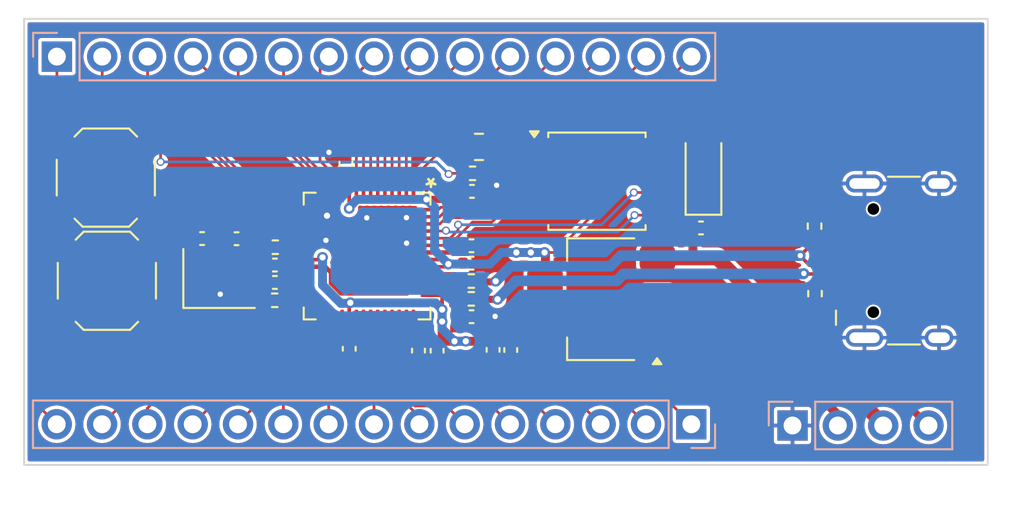
<source format=kicad_pcb>
(kicad_pcb (version 20241229) (generator "pcbnew") (generator_version "9.0")
  (title_block (date "${DATE}") (rev "${VERSION}"))
  (layers (0 "F.Cu" signal) (2 "B.Cu" signal) (13 "F.Paste" user) (15 "B.Paste" user) (5 "F.SilkS" user "F.Silkscreen") (7 "B.SilkS" user "B.Silkscreen") (1 "F.Mask" user) (3 "B.Mask" user) (25 "Edge.Cuts" user))
  (property "DATE" "")
  (property "VERSION" "")
  (net 0 "")
  (net 1 "/RP2040/XIN")
  (net 2 "GND")
  (net 3 "/RP2040/XOUT")
  (net 4 "3.3V")
  (net 5 "+1V1")
  (net 6 "/RP2040/USB_D-")
  (net 7 "/RP2040/USB_D+")
  (net 8 "/RP2040/SWD")
  (net 9 "/RP2040/SWCLK")
  (net 10 "D11")
  (net 11 "/RP2040/QSPI_SS")
  (net 12 "/RP2040/XOUT_R")
  (net 13 "/RP2040/USB_D_R+")
  (net 14 "/RP2040/USB_D_R-")
  (net 15 "D9")
  (net 16 "D4")
  (net 17 "D3")
  (net 18 "D1")
  (net 19 "D7")
  (net 20 "D0")
  (net 21 "D2")
  (net 22 "D10")
  (net 23 "D8")
  (net 24 "D5")
  (net 25 "D6")
  (net 26 "D13")
  (net 27 "D12")
  (net 28 "/RP2040/QSPI_SD3")
  (net 29 "/RP2040/QSPI_SCLK")
  (net 30 "/RP2040/QSPI_SD0")
  (net 31 "/RP2040/QSPI_SD2")
  (net 32 "/RP2040/QSPI_SD1")
  (net 33 "A3")
  (net 34 "A1")
  (net 35 "A2")
  (net 36 "A0")
  (net 37 "D15")
  (net 38 "D14")
  (net 39 "D19")
  (net 40 "D23")
  (net 41 "D16")
  (net 42 "D21")
  (net 43 "D18")
  (net 44 "BOOT_SEL")
  (net 45 "D25")
  (net 46 "D22")
  (net 47 "D24")
  (net 48 "D17")
  (net 49 "RAW")
  (net 50 "VIN")
  (net 51 "D20")
  (net 52 "RST")
  (net 55 "Net-(J3-CC2)")
  (net 56 "Net-(J3-CC1)")
  (footprint "Capacitor_SMD:C_0402_1005Metric" (layer "F.Cu") (at 105.1 95.57 -90)
    (property "Reference" "C11" (hide yes))
    (property "Value" "100n")
  )
  (footprint "Resistor_SMD:R_0402_1005Metric" (layer "F.Cu") (at 100.9552 89.879 180)
    (property "Reference" "R2" (hide yes))
    (property "Value" "1k")
  )
  (footprint "Capacitor_SMD:C_0402_1005Metric" (layer "F.Cu") (at 100.9352 90.879 180)
    (property "Reference" "C12" (hide yes))
    (property "Value" "100n")
  )
  (footprint "Resistor_SMD:R_0402_1005Metric" (layer "F.Cu") (at 111.9402 92.774 180)
    (property "Reference" "R4" (hide yes))
    (property "Value" "27")
  )
  (footprint "Diode_SMD:D_SOD-123" (layer "F.Cu") (at 124.95 85.7 90)
    (property "Reference" "D1" (hide yes))
    (property "Value" "D_Schottky")
  )
  (footprint "Capacitor_SMD:C_0402_1005Metric" (layer "F.Cu") (at 111.98 86.75)
    (property "Reference" "C14" (hide yes))
    (property "Value" "100n")
  )
  (footprint "Resistor_SMD:R_0805_2012Metric_Pad1.20x1.40mm_HandSolder" (layer "F.Cu") (at 112.37 84.26 180)
    (property "Reference" "R5" (hide yes))
    (property "Value" "DNF")
  )
  (footprint "_Own_Library:SW_Push_1P1T_XKB_TS-1187A" (layer "F.Cu") (at 91.52 91.76 180)
    (property "Reference" "SW2" (hide yes))
    (property "Value" "RESET")
  )
  (footprint "Capacitor_SMD:C_0402_1005Metric" (layer "F.Cu") (at 108.9802 95.674 -90)
    (property "Reference" "C9" (hide yes))
    (property "Value" "100n")
  )
  (footprint "Capacitor_SMD:C_0402_1005Metric" (layer "F.Cu") (at 111.9502 89.799)
    (property "Reference" "C6" (hide yes))
    (property "Value" "100n")
  )
  (footprint "Crystal:Crystal_SMD_3225-4Pin_3.2x2.5mm" (layer "F.Cu") (at 97.8052 91.634)
    (property "Reference" "Y1" (hide yes))
    (property "Value" "X322512MSB4SI" (hide yes))
  )
  (footprint "Capacitor_SMD:C_0402_1005Metric" (layer "F.Cu") (at 110.0252 95.68 -90)
    (property "Reference" "C10" (hide yes))
    (property "Value" "1uF")
  )
  (footprint "Capacitor_SMD:C_0402_1005Metric" (layer "F.Cu") (at 104.9152 85.199 90)
    (property "Reference" "C13" (hide yes))
    (property "Value" "100n")
  )
  (footprint "Package_TO_SOT_SMD:SOT-223-3_TabPin2" (layer "F.Cu") (at 119.22 92.7925 180)
    (property "Reference" "U2" (hide yes))
    (property "Value" "AMS1117-3.3")
  )
  (footprint "Resistor_SMD:R_0402_1005Metric" (layer "F.Cu") (at 131.2 92.48 90)
    (property "Reference" "R7" (hide yes))
    (property "Value" "5.1k")
  )
  (footprint "Capacitor_SMD:C_0402_1005Metric" (layer "F.Cu") (at 114.15 95.64 -90)
    (property "Reference" "C2" (hide yes))
    (property "Value" "10uF")
  )
  (footprint "_Own_Library:SW_Push_1P1T_XKB_TS-1187A" (layer "F.Cu") (at 91.46 85.98)
    (property "Reference" "SW1" (hide yes))
    (property "Value" "BOOT_SEL")
  )
  (footprint "_Neil:QFN56P40_700X700X90L40X18T310N" (layer "F.Cu") (at 106.1 90.375 180)
    (property "Reference" "U1" (hide yes))
    (property "Value" "RP2040")
  )
  (footprint "Capacitor_SMD:C_0402_1005Metric" (layer "F.Cu") (at 96.8552 89.394)
    (property "Reference" "C5" (hide yes))
    (property "Value" "10pF")
  )
  (footprint "Capacitor_SMD:C_0402_1005Metric" (layer "F.Cu") (at 111.9552 93.774)
    (property "Reference" "C8" (hide yes))
    (property "Value" "1uF")
  )
  (footprint "Capacitor_SMD:C_0402_1005Metric" (layer "F.Cu") (at 98.7852 89.404 180)
    (property "Reference" "C4" (hide yes))
    (property "Value" "10pF")
  )
  (footprint "Resistor_SMD:R_0402_1005Metric" (layer "F.Cu") (at 100.9252 92.854)
    (property "Reference" "R6" (hide yes))
    (property "Value" "10k")
  )
  (footprint "Capacitor_SMD:C_0402_1005Metric" (layer "F.Cu") (at 124.81 88.8)
    (property "Reference" "C1" (hide yes))
    (property "Value" "10u")
  )
  (footprint "Resistor_SMD:R_0402_1005Metric" (layer "F.Cu") (at 111.9402 91.774 180)
    (property "Reference" "R3" (hide yes))
    (property "Value" "27")
  )
  (footprint "Package_SO:SOIC-8_5.23x5.23mm_P1.27mm" (layer "F.Cu") (at 118.98 86.18)
    (property "Reference" "U4" (hide yes))
    (property "Value" "W25Q16JVSS")
  )
  (footprint "Capacitor_SMD:C_0402_1005Metric" (layer "F.Cu") (at 111.9552 90.774)
    (property "Reference" "C15" (hide yes))
    (property "Value" "100n")
  )
  (footprint "Resistor_SMD:R_0402_1005Metric" (layer "F.Cu") (at 112.01 85.74 180)
    (property "Reference" "R1" (hide yes))
    (property "Value" "1k")
  )
  (footprint "Capacitor_SMD:C_0402_1005Metric" (layer "F.Cu") (at 100.9352 91.854 180)
    (property "Reference" "C7" (hide yes))
    (property "Value" "100n")
  )
  (footprint "Capacitor_SMD:C_0402_1005Metric" (layer "F.Cu") (at 113.16 95.63 -90)
    (property "Reference" "C3" (hide yes))
    (property "Value" "100n")
  )
  (footprint "Resistor_SMD:R_0402_1005Metric" (layer "F.Cu") (at 131.175 88.7 -90)
    (property "Reference" "R8" (hide yes))
    (property "Value" "5.1k")
  )
  (footprint "_Own_Library:USB_C_Receptacle_HCTL_HC-TYPE-C-16P-01A" (layer "F.Cu") (at 137.075 90.63 90)
    (property "Reference" "J3" (hide yes))
    (property "Value" "USB_C_Receptacle_USB2.0_16P")
  )
  (footprint "Connector_PinHeader_2.54mm:PinHeader_1x04_P2.54mm_Vertical" (layer "B.Cu") (at 129.94 99.87 -90)
    (property "Reference" "J5" (hide yes))
    (property "Value" "PWR-Supply")
  )
  (footprint "Connector_PinHeader_2.54mm:PinHeader_1x15_P2.54mm_Vertical" (layer "B.Cu") (at 124.27 99.8 90)
    (property "Reference" "J2" (hide yes))
    (property "Value" "D15-D29")
  )
  (footprint "Connector_PinHeader_2.54mm:PinHeader_1x15_P2.54mm_Vertical" (layer "B.Cu") (at 88.72 79.2 -90)
    (property "Reference" "J1" (hide yes))
    (property "Value" "D0-D14")
  )
  (gr_rect (start 86.88 77.08) (end 140.88 102.08) (stroke (width 0.1)) (fill no) (layer "Edge.Cuts"))
  (segment (start 98.9052 90.784) (end 98.9052 90.264) (width 0.15) (layer "F.Cu") (net 1))
  (segment (start 102.123348 89.775) (end 101.732348 89.384) (width 0.15) (layer "F.Cu") (net 1))
  (segment (start 99.2652 89.584) (end 99.2652 90.424) (width 0.15) (layer "F.Cu") (net 1))
  (segment (start 98.9052 90.264) (end 98.9152 90.254) (width 0.15) (layer "F.Cu") (net 1))
  (segment (start 101.732348 89.384) (end 99.4652 89.384) (width 0.15) (layer "F.Cu") (net 1))
  (segment (start 99.4652 89.384) (end 99.2652 89.584) (width 0.15) (layer "F.Cu") (net 1))
  (segment (start 99.2652 90.424) (end 98.9052 90.784) (width 0.15) (layer "F.Cu") (net 1))
  (segment (start 102.715 89.775) (end 102.123348 89.775) (width 0.15) (layer "F.Cu") (net 1))
  (via (at 113.36 86.41) (size 0.65) (drill 0.3) (layers "F.Cu" "B.Cu") (net 2))
  (via (at 97.8752 92.514) (size 0.65) (drill 0.3) (layers "F.Cu" "B.Cu") (net 2))
  (via (at 106.0852 88.234) (size 0.65) (drill 0.3) (layers "F.Cu" "B.Cu") (net 2))
  (via (at 108.3152 89.654) (size 0.65) (drill 0.3) (layers "F.Cu" "B.Cu") (net 2))
  (via (at 108.3052 88.224) (size 0.65) (drill 0.3) (layers "F.Cu" "B.Cu") (net 2))
  (via (at 103.8552 88.114) (size 0.6) (drill 0.35) (layers "F.Cu" "B.Cu") (net 2))
  (via (at 113.2752 93.754) (size 0.65) (drill 0.3) (layers "F.Cu" "B.Cu") (net 2))
  (via (at 103.7952 89.494) (size 0.65) (drill 0.3) (layers "F.Cu" "B.Cu") (net 2))
  (via (at 103.9652 84.564) (size 0.65) (drill 0.3) (layers "F.Cu" "B.Cu") (net 2))
  (segment (start 97.7652 91.624) (end 97.7652 90.194) (width 0.15) (layer "F.Cu") (net 3))
  (segment (start 96.8602 89.879) (end 96.3752 89.394) (width 0.15) (layer "F.Cu") (net 3))
  (segment (start 99.8452 91.404) (end 99.6152 91.634) (width 0.15) (layer "F.Cu") (net 3))
  (segment (start 97.7652 90.194) (end 97.4502 89.879) (width 0.15) (layer "F.Cu") (net 3))
  (segment (start 97.4502 89.879) (end 96.8602 89.879) (width 0.15) (layer "F.Cu") (net 3))
  (segment (start 99.8452 90.479) (end 99.8452 91.404) (width 0.15) (layer "F.Cu") (net 3))
  (segment (start 97.0352 91.634) (end 96.6752 91.994) (width 0.15) (layer "F.Cu") (net 3))
  (segment (start 99.6152 91.634) (end 97.0352 91.634) (width 0.15) (layer "F.Cu") (net 3))
  (segment (start 97.7552 91.634) (end 97.7652 91.624) (width 0.15) (layer "F.Cu") (net 3))
  (segment (start 100.4452 89.879) (end 99.8452 90.479) (width 0.15) (layer "F.Cu") (net 3))
  (segment (start 116.638554 90.175) (end 116.045 90.175) (width 0.15) (layer "F.Cu") (net 4))
  (segment (start 113.9792 95.15) (end 114.1552 94.974) (width 0.5) (layer "F.Cu") (net 4))
  (segment (start 116.045 90.175) (end 114.465 90.175) (width 0.5) (layer "F.Cu") (net 4))
  (segment (start 101.7192 90.575) (end 101.4152 90.879) (width 0.2) (layer "F.Cu") (net 4))
  (segment (start 109.16 85.53) (end 109.16 86.399) (width 0.15) (layer "F.Cu") (net 4))
  (segment (start 109.4302 86.499) (end 109.3302 86.399) (width 0.2) (layer "F.Cu") (net 4))
  (segment (start 102.715 90.575) (end 101.7192 90.575) (width 0.2) (layer "F.Cu") (net 4))
  (segment (start 100.9252 91.369) (end 101.4152 90.879) (width 0.15) (layer "F.Cu") (net 4))
  (segment (start 110.0312 95.194) (end 108.9802 95.194) (width 0.5) (layer "F.Cu") (net 4))
  (segment (start 110.5042 90.975) (end 109.485 90.975) (width 0.2) (layer "F.Cu") (net 4))
  (segment (start 105.1 93.76) (end 105.1 95.09) (width 0.2) (layer "F.Cu") (net 4))
  (segment (start 103.6042 90.45) (end 103.6042 90.575) (width 0.15) (layer "F.Cu") (net 4))
  (segment (start 111.4552 90.824) (end 111.4802 90.849) (width 0.4) (layer "F.Cu") (net 4))
  (segment (start 105.1 87.704092) (end 105.019892 87.7842) (width 0.4) (layer "F.Cu") (net 4))
  (segment (start 105.1 93.76) (end 105.1 92.9752) (width 0.2) (layer "F.Cu") (net 4))
  (segment (start 110.43 84.26) (end 109.16 85.53) (width 0.15) (layer "F.Cu") (net 4))
  (segment (start 114.1552 94.974) (end 114.1552 93.9048) (width 0.5) (layer "F.Cu") (net 4))
  (segment (start 111 95.15) (end 111.6312 95.15) (width 0.5) (layer "F.Cu") (net 4))
  (segment (start 104.9592 95.09) (end 104.9052 95.144) (width 0.15) (layer "F.Cu") (net 4))
  (segment (start 100.9252 92.194) (end 100.9252 91.369) (width 0.15) (layer "F.Cu") (net 4))
  (segment (start 110.3052 93.374) (end 110.3052 92.624) (width 0.2) (layer "F.Cu") (net 4))
  (segment (start 100.4152 92.704) (end 100.9252 92.194) (width 0.15) (layer "F.Cu") (net 4))
  (segment (start 115.0475 93.0125) (end 119.7 93.0125) (width 0.5) (layer "F.Cu") (net 4))
  (segment (start 122.58 84.275) (end 123.475 84.275) (width 0.15) (layer "F.Cu") (net 4))
  (segment (start 111 95.15) (end 110.3052 95.15) (width 0.5) (layer "F.Cu") (net 4))
  (segment (start 132.48 99.27) (end 126.0025 92.7925) (width 0.5) (layer "F.Cu") (net 4))
  (segment (start 116.0952 93.0125) (end 122.15 93.0125) (width 0.5) (layer "F.Cu") (net 4))
  (segment (start 114.1552 94.974) (end 114.1552 94.634) (width 0.5) (layer "F.Cu") (net 4))
  (segment (start 132.48 99.87) (end 132.48 99.27) (width 0.15) (layer "F.Cu") (net 4))
  (segment (start 116.045 90.175) (end 116.0952 90.2252) (width 0.5) (layer "F.Cu") (net 4))
  (segment (start 111.051 87.199) (end 111.5 86.75) (width 0.4) (layer "F.Cu") (net 4))
  (segment (start 116.0952 90.2252) (end 116.0952 93.0125) (width 0.5) (layer "F.Cu") (net 4))
  (segment (start 109.3302 86.399) (end 108.8302 86.399) (width 0.2) (layer "F.Cu") (net 4))
  (segment (start 110.6552 90.824) (end 110.4062 90.575) (width 0.2) (layer "F.Cu") (net 4))
  (segment (start 110.3052 95.15) (end 110.3052 93.374) (width 0.5) (layer "F.Cu") (net 4))
  (segment (start 110.4062 90.575) (end 109.485 90.575) (width 0.2) (layer "F.Cu") (net 4))
  (segment (start 111.6312 95.15) (end 113.9792 95.15) (width 0.5) (layer "F.Cu") (net 4))
  (segment (start 109.485 92.975) (end 110.3052 92.975) (width 0.2) (layer "F.Cu") (net 4))
  (segment (start 105.1 86.99) (end 105.1 87.704092) (width 0.2) (layer "F.Cu") (net 4))
  (segment (start 108.7 86.5292) (end 108.7 86.99) (width 0.2) (layer "F.Cu") (net 4))
  (segment (start 126.0025 92.7925) (end 122.37 92.7925) (width 0.5) (layer "F.Cu") (net 4))
  (segment (start 110.6552 90.824) (end 110.5042 90.975) (width 0.2) (layer "F.Cu") (net 4))
  (segment (start 110.6552 90.824) (end 111.4552 90.824) (width 0.4) (layer "F.Cu") (net 4))
  (segment (start 111.37 84.26) (end 110.43 84.26) (width 0.15) (layer "F.Cu") (net 4))
  (segment (start 114.1552 93.9048) (end 115.0475 93.0125) (width 0.5) (layer "F.Cu") (net 4))
  (segment (start 123.77 84.57) (end 123.77 85.85) (width 0.15) (layer "F.Cu") (net 4))
  (segment (start 100.4152 92.854) (end 100.4152 92.704) (width 0.15) (layer "F.Cu") (net 4))
  (segment (start 120.483554 86.33) (end 116.638554 90.175) (width 0.15) (layer "F.Cu") (net 4))
  (segment (start 109.4302 87.199) (end 109.4302 86.499) (width 0.2) (layer "F.Cu") (net 4))
  (segment (start 108.8302 86.399) (end 108.7 86.5292) (width 0.2) (layer "F.Cu") (net 4))
  (segment (start 102.715 90.575) (end 103.6042 90.575) (width 0.2) (layer "F.Cu") (net 4))
  (segment (start 109.4302 87.199) (end 111.051 87.199) (width 0.4) (layer "F.Cu") (net 4))
  (segment (start 123.77 85.85) (end 123.29 86.33) (width 0.15) (layer "F.Cu") (net 4))
  (segment (start 122.15 93.0125) (end 122.37 92.7925) (width 0.5) (layer "F.Cu") (net 4))
  (segment (start 108.7 93.76) (end 108.7 94.9138) (width 0.2) (layer "F.Cu") (net 4))
  (segment (start 110.3052 92.624) (end 110.2562 92.575) (width 0.2) (layer "F.Cu") (net 4))
  (segment (start 105.1094 86.9546) (end 105.1094 85.6948) (width 0.2) (layer "F.Cu") (net 4))
  (segment (start 110.2562 92.575) (end 109.485 92.575) (width 0.2) (layer "F.Cu") (net 4))
  (segment (start 123.29 86.33) (end 120.483554 86.33) (width 0.15) (layer "F.Cu") (net 4))
  (segment (start 123.475 84.275) (end 123.77 84.57) (width 0.15) (layer "F.Cu") (net 4))
  (segment (start 108.7 94.9138) (end 108.9802 95.194) (width 0.2) (layer "F.Cu") (net 4))
  (via (at 105.1 87.704092) (size 0.6) (drill 0.35) (layers "F.Cu" "B.Cu") (net 4))
  (via (at 105.1602 92.9912) (size 0.6) (drill 0.35) (layers "F.Cu" "B.Cu") (net 4))
  (via (at 103.6042 90.45) (size 0.6) (drill 0.35) (layers "F.Cu" "B.Cu") (net 4))
  (via (at 114.465 90.175) (size 0.6) (drill 0.35) (layers "F.Cu" "B.Cu") (net 4))
  (via (at 111.6312 95.15) (size 0.6) (drill 0.35) (layers "F.Cu" "B.Cu") (net 4))
  (via (at 116.045 90.175) (size 0.6) (drill 0.35) (layers "F.Cu" "B.Cu") (net 4))
  (via (at 111 95.15) (size 0.6) (drill 0.35) (layers "F.Cu" "B.Cu") (net 4))
  (via (at 109.4302 87.199) (size 0.6) (drill 0.35) (layers "F.Cu" "B.Cu") (net 4))
  (via (at 110.3052 93.374) (size 0.6) (drill 0.35) (layers "F.Cu" "B.Cu") (net 4))
  (via (at 115.275 90.175) (size 0.6) (drill 0.35) (layers "F.Cu" "B.Cu") (net 4))
  (via (at 110.3052 94.044) (size 0.6) (drill 0.35) (layers "F.Cu" "B.Cu") (net 4))
  (via (at 110.6552 90.824) (size 0.6) (drill 0.35) (layers "F.Cu" "B.Cu") (net 4))
  (segment (start 110.6552 90.824) (end 112.976 90.824) (width 0.5) (layer "B.Cu") (net 4))
  (segment (start 105.019892 87.7842) (end 105.1 87.704092) (width 0.15) (layer "B.Cu") (net 4))
  (segment (start 109.4302 87.199) (end 105.5422 87.199) (width 0.5) (layer "B.Cu") (net 4))
  (segment (start 110.6552 90.824) (end 109.8852 90.054) (width 0.5) (layer "B.Cu") (net 4))
  (segment (start 104.6302 93.024) (end 105.1274 93.024) (width 0.5) (layer "B.Cu") (net 4))
  (segment (start 111 95.15) (end 110.3052 94.4552) (width 0.5) (layer "B.Cu") (net 4))
  (segment (start 103.6042 90.45) (end 103.6052 90.451) (width 0.5) (layer "B.Cu") (net 4))
  (segment (start 115.275 90.175) (end 116.045 90.175) (width 0.5) (layer "B.Cu") (net 4))
  (segment (start 103.6052 90.451) (end 103.6052 91.999) (width 0.5) (layer "B.Cu") (net 4))
  (segment (start 109.8852 90.054) (end 109.8852 87.654) (width 0.5) (layer "B.Cu") (net 4))
  (segment (start 105.168 92.999) (end 109.9302 92.999) (width 0.5) (layer "B.Cu") (net 4))
  (segment (start 109.8852 87.654) (end 109.4302 87.199) (width 0.5) (layer "B.Cu") (net 4))
  (segment (start 112.976 90.824) (end 113.625 90.175) (width 0.5) (layer "B.Cu") (net 4))
  (segment (start 105.1 87.6412) (end 105.1 87.704092) (width 0.5) (layer "B.Cu") (net 4))
  (segment (start 110.3052 94.4552) (end 110.3052 94.044) (width 0.5) (layer "B.Cu") (net 4))
  (segment (start 105.1602 92.9912) (end 105.168 92.999) (width 0.5) (layer "B.Cu") (net 4))
  (segment (start 105.1274 93.024) (end 105.1602 92.9912) (width 0.5) (layer "B.Cu") (net 4))
  (segment (start 111 95.15) (end 111.6312 95.15) (width 0.5) (layer "B.Cu") (net 4))
  (segment (start 110.3052 93.374) (end 110.3052 94.044) (width 0.5) (layer "B.Cu") (net 4))
  (segment (start 105.5422 87.199) (end 105.1 87.6412) (width 0.5) (layer "B.Cu") (net 4))
  (segment (start 109.9302 92.999) (end 110.3052 93.374) (width 0.5) (layer "B.Cu") (net 4))
  (segment (start 103.6052 91.999) (end 104.6302 93.024) (width 0.5) (layer "B.Cu") (net 4))
  (segment (start 113.625 90.175) (end 115.275 90.175) (width 0.5) (layer "B.Cu") (net 4))
  (segment (start 102.715 90.975) (end 102.1842 90.975) (width 0.2) (layer "F.Cu") (net 5))
  (segment (start 108.9792 90.175) (end 109.485 90.175) (width 0.25) (layer "F.Cu") (net 5))
  (segment (start 111.2042 90.175) (end 111.5552 89.824) (width 0.25) (layer "F.Cu") (net 5))
  (segment (start 108.338 92.4662) (end 104.6412 92.4662) (width 0.25) (layer "F.Cu") (net 5))
  (segment (start 101.4152 91.744) (end 101.4152 91.854) (width 0.2) (layer "F.Cu") (net 5))
  (segment (start 104.0802 91.299) (end 103.7562 90.975) (width 0.25) (layer "F.Cu") (net 5))
  (segment (start 108.6302 92.174) (end 108.6302 90.524) (width 0.25) (layer "F.Cu") (net 5))
  (segment (start 109.434978 92.174) (end 108.6302 92.174) (width 0.25) (layer "F.Cu") (net 5))
  (segment (start 110.31582 92.175) (end 110.8302 92.68938) (width 0.25) (layer "F.Cu") (net 5))
  (segment (start 104.0802 91.9052) (end 104.0802 91.299) (width 0.25) (layer "F.Cu") (net 5))
  (segment (start 108.6302 90.524) (end 108.9792 90.175) (width 0.25) (layer "F.Cu") (net 5))
  (segment (start 109.485 90.175) (end 111.2042 90.175) (width 0.25) (layer "F.Cu") (net 5))
  (segment (start 104.6412 92.4662) (end 104.0802 91.9052) (width 0.25) (layer "F.Cu") (net 5))
  (segment (start 110.8302 92.68938) (end 110.8302 93.129) (width 0.25) (layer "F.Cu") (net 5))
  (segment (start 109.485 92.175) (end 110.31582 92.175) (width 0.25) (layer "F.Cu") (net 5))
  (segment (start 102.1842 90.975) (end 101.4152 91.744) (width 0.2) (layer "F.Cu") (net 5))
  (segment (start 108.6302 92.174) (end 108.338 92.4662) (width 0.25) (layer "F.Cu") (net 5))
  (segment (start 103.7562 90.975) (end 102.715 90.975) (width 0.25) (layer "F.Cu") (net 5))
  (segment (start 110.8302 93.129) (end 111.4752 93.774) (width 0.25) (layer "F.Cu") (net 5))
  (segment (start 134.28 90.38) (end 133.33 90.38) (width 0.2) (layer "F.Cu") (net 6))
  (segment (start 112.5802 92.849) (end 112.4502 92.849) (width 0.4) (layer "F.Cu") (net 6))
  (segment (start 134.6 90.7) (end 134.28 90.38) (width 0.2) (layer "F.Cu") (net 6))
  (segment (start 112.6302 92.799) (end 112.5802 92.849) (width 0.4) (layer "F.Cu") (net 6))
  (segment (start 134.6 91.125) (end 134.6 90.7) (width 0.2) (layer "F.Cu") (net 6))
  (segment (start 130.605 91.38) (end 134.345 91.38) (width 0.2) (layer "F.Cu") (net 6))
  (segment (start 113.4102 92.799) (end 112.6302 92.799) (width 0.4) (layer "F.Cu") (net 6))
  (segment (start 134.345 91.38) (end 134.6 91.125) (width 0.2) (layer "F.Cu") (net 6))
  (segment (start 130.575 91.35) (end 130.605 91.38) (width 0.2) (layer "F.Cu") (net 6))
  (via (at 130.575 91.35) (size 0.45) (drill 0.3) (layers "F.Cu" "B.Cu") (net 6))
  (via (at 113.4102 92.799) (size 0.6) (drill 0.35) (layers "F.Cu" "B.Cu") (net 6))
  (segment (start 114.4452 91.764) (end 120.086 91.764) (width 0.6) (layer "B.Cu") (net 6))
  (segment (start 113.4102 92.799) (end 114.4452 91.764) (width 0.6) (layer "B.Cu") (net 6))
  (segment (start 130.55 91.375) (end 130.575 91.35) (width 0.6) (layer "B.Cu") (net 6))
  (segment (start 120.086 91.764) (end 120.475 91.375) (width 0.6) (layer "B.Cu") (net 6))
  (segment (start 120.475 91.375) (end 130.55 91.375) (width 0.6) (layer "B.Cu") (net 6))
  (segment (start 130.375 90.375) (end 130.88 90.88) (width 0.2) (layer "F.Cu") (net 7))
  (segment (start 130.845 89.88) (end 133.33 89.88) (width 0.2) (layer "F.Cu") (net 7))
  (segment (start 113.2652 91.824) (end 112.4502 91.824) (width 0.4) (layer "F.Cu") (net 7))
  (segment (start 130.88 90.88) (end 133.33 90.88) (width 0.2) (layer "F.Cu") (net 7))
  (segment (start 130.375 90.35) (end 130.375 90.375) (width 0.2) (layer "F.Cu") (net 7))
  (segment (start 113.3052 91.784) (end 113.2652 91.824) (width 0.4) (layer "F.Cu") (net 7))
  (segment (start 130.375 90.35) (end 130.845 89.88) (width 0.2) (layer "F.Cu") (net 7))
  (via (at 113.3052 91.784) (size 0.6) (drill 0.35) (layers "F.Cu" "B.Cu") (net 7))
  (via (at 130.375 90.35) (size 0.45) (drill 0.3) (layers "F.Cu" "B.Cu") (net 7))
  (segment (start 119.7352 90.944) (end 114.1552 90.944) (width 0.6) (layer "B.Cu") (net 7))
  (segment (start 114.1552 90.944) (end 113.3152 91.784) (width 0.6) (layer "B.Cu") (net 7))
  (segment (start 113.3152 91.784) (end 113.3052 91.784) (width 0.6) (layer "B.Cu") (net 7))
  (segment (start 130.375 90.35) (end 120.3292 90.35) (width 0.6) (layer "B.Cu") (net 7))
  (segment (start 120.3292 90.35) (end 119.7352 90.944) (width 0.6) (layer "B.Cu") (net 7))
  (segment (start 103.5 86.36) (end 96.34 79.2) (width 0.15) (layer "F.Cu") (net 10))
  (segment (start 103.5 86.99) (end 103.5 86.36) (width 0.15) (layer "F.Cu") (net 10))
  (segment (start 112.005 85.975) (end 112.24 85.74) (width 0.15) (layer "F.Cu") (net 11))
  (segment (start 112.005 87.004358) (end 112.005 85.975) (width 0.15) (layer "F.Cu") (net 11))
  (segment (start 112.24 85.74) (end 112.52 85.74) (width 0.15) (layer "F.Cu") (net 11))
  (segment (start 113.37 84.26) (end 112.52 85.11) (width 0.15) (layer "F.Cu") (net 11))
  (segment (start 113.385 84.275) (end 113.37 84.26) (width 0.15) (layer "F.Cu") (net 11))
  (segment (start 111.369358 87.64) (end 112.005 87.004358) (width 0.15) (layer "F.Cu") (net 11))
  (segment (start 109.486 87.774) (end 109.485 87.775) (width 0.15) (layer "F.Cu") (net 11))
  (segment (start 112.52 85.11) (end 112.52 85.74) (width 0.15) (layer "F.Cu") (net 11))
  (segment (start 110.097092 87.775) (end 110.232092 87.64) (width 0.15) (layer "F.Cu") (net 11))
  (segment (start 109.485 87.775) (end 110.097092 87.775) (width 0.15) (layer "F.Cu") (net 11))
  (segment (start 115.38 84.275) (end 113.385 84.275) (width 0.15) (layer "F.Cu") (net 11))
  (segment (start 110.232092 87.64) (end 111.369358 87.64) (width 0.15) (layer "F.Cu") (net 11))
  (segment (start 101.7612 90.175) (end 101.4652 89.879) (width 0.15) (layer "F.Cu") (net 12))
  (segment (start 102.715 90.175) (end 101.7612 90.175) (width 0.15) (layer "F.Cu") (net 12))
  (segment (start 109.485 91.375) (end 111.0312 91.375) (width 0.2) (layer "F.Cu") (net 13))
  (segment (start 111.0312 91.375) (end 111.4302 91.774) (width 0.2) (layer "F.Cu") (net 13))
  (segment (start 109.485 91.775) (end 110.4312 91.775) (width 0.2) (layer "F.Cu") (net 14))
  (segment (start 111.4302 92.774) (end 111.4302 92.849) (width 0.2) (layer "F.Cu") (net 14))
  (segment (start 110.4312 91.775) (end 111.4302 92.774) (width 0.2) (layer "F.Cu") (net 14))
  (segment (start 101.42 83.572892) (end 101.42 79.2) (width 0.15) (layer "F.Cu") (net 15))
  (segment (start 104.3 86.99) (end 104.3 86.452892) (width 0.15) (layer "F.Cu") (net 15))
  (segment (start 104.3 86.452892) (end 101.42 83.572892) (width 0.15) (layer "F.Cu") (net 15))
  (segment (start 112.645 80.675) (end 114.12 79.2) (width 0.15) (layer "F.Cu") (net 16))
  (segment (start 106.7 84.433554) (end 110.458554 80.675) (width 0.15) (layer "F.Cu") (net 16))
  (segment (start 106.7 86.99) (end 106.7 84.433554) (width 0.15) (layer "F.Cu") (net 16))
  (segment (start 110.458554 80.675) (end 112.645 80.675) (width 0.15) (layer "F.Cu") (net 16))
  (segment (start 107.1 86.99) (end 107.1 84.387108) (width 0.15) (layer "F.Cu") (net 17))
  (segment (start 110.562108 80.925) (end 114.935 80.925) (width 0.15) (layer "F.Cu") (net 17))
  (segment (start 107.1 84.387108) (end 110.562108 80.925) (width 0.15) (layer "F.Cu") (net 17))
  (segment (start 114.935 80.925) (end 116.66 79.2) (width 0.15) (layer "F.Cu") (net 17))
  (segment (start 107.9 86.99) (end 107.9 84.294216) (width 0.15) (layer "F.Cu") (net 18))
  (segment (start 110.769216 81.425) (end 119.515 81.425) (width 0.15) (layer "F.Cu") (net 18))
  (segment (start 107.9 84.294216) (end 110.769216 81.425) (width 0.15) (layer "F.Cu") (net 18))
  (segment (start 119.515 81.425) (end 121.74 79.2) (width 0.15) (layer "F.Cu") (net 18))
  (segment (start 105.5 86.99) (end 105.5 80.2) (width 0.15) (layer "F.Cu") (net 19))
  (segment (start 105.5 80.2) (end 106.5 79.2) (width 0.15) (layer "F.Cu") (net 19))
  (segment (start 121.805 81.675) (end 124.28 79.2) (width 0.15) (layer "F.Cu") (net 20))
  (segment (start 108.3 84.24777) (end 110.87277 81.675) (width 0.15) (layer "F.Cu") (net 20))
  (segment (start 110.87277 81.675) (end 121.805 81.675) (width 0.15) (layer "F.Cu") (net 20))
  (segment (start 108.3 86.99) (end 108.3 84.24777) (width 0.15) (layer "F.Cu") (net 20))
  (segment (start 117.225 81.175) (end 119.2 79.2) (width 0.15) (layer "F.Cu") (net 21))
  (segment (start 110.665662 81.175) (end 117.225 81.175) (width 0.15) (layer "F.Cu") (net 21))
  (segment (start 107.5 86.99) (end 107.5 84.340662) (width 0.15) (layer "F.Cu") (net 21))
  (segment (start 119.2 79.21) (end 119.2 79.2) (width 0.15) (layer "F.Cu") (net 21))
  (segment (start 107.5 84.340662) (end 110.665662 81.175) (width 0.15) (layer "F.Cu") (net 21))
  (segment (start 103.9 86.406446) (end 98.88 81.386446) (width 0.15) (layer "F.Cu") (net 22))
  (segment (start 103.9 86.99) (end 103.9 86.406446) (width 0.15) (layer "F.Cu") (net 22))
  (segment (start 98.88 81.386446) (end 98.88 79.2) (width 0.15) (layer "F.Cu") (net 22))
  (segment (start 104.7 86.2788) (end 103.4652 85.044) (width 0.15) (layer "F.Cu") (net 23))
  (segment (start 104.7 86.99) (end 104.7 86.2788) (width 0.15) (layer "F.Cu") (net 23))
  (segment (start 103.4652 85.044) (end 103.4652 79.6948) (width 0.15) (layer "F.Cu") (net 23))
  (segment (start 103.4652 79.6948) (end 103.96 79.2) (width 0.15) (layer "F.Cu") (net 23))
  (segment (start 106.3 84.48) (end 111.58 79.2) (width 0.15) (layer "F.Cu") (net 24))
  (segment (start 106.3 86.99) (end 106.3 84.48) (width 0.15) (layer "F.Cu") (net 24))
  (segment (start 111.731466 79.2) (end 111.58 79.2) (width 0.15) (layer "F.Cu") (net 24))
  (segment (start 109.04 79.2) (end 105.9 82.34) (width 0.15) (layer "F.Cu") (net 25))
  (segment (start 105.9 82.34) (end 105.9 86.99) (width 0.15) (layer "F.Cu") (net 25))
  (segment (start 91.26 80.76) (end 91.26 79.2) (width 0.15) (layer "F.Cu") (net 26))
  (segment (start 95.433308 82.475) (end 92.975 82.475) (width 0.15) (layer "F.Cu") (net 26))
  (segment (start 102.715 88.175) (end 101.133308 88.175) (width 0.15) (layer "F.Cu") (net 26))
  (segment (start 92.975 82.475) (end 91.26 80.76) (width 0.15) (layer "F.Cu") (net 26))
  (segment (start 101.133308 88.175) (end 95.433308 82.475) (width 0.15) (layer "F.Cu") (net 26))
  (segment (start 101.086862 87.775) (end 93.8 80.488138) (width 0.15) (layer "F.Cu") (net 27))
  (segment (start 93.8 80.488138) (end 93.8 79.2) (width 0.15) (layer "F.Cu") (net 27))
  (segment (start 102.715 87.775) (end 101.086862 87.775) (width 0.15) (layer "F.Cu") (net 27))
  (segment (start 112.0092 88.47) (end 113.09 88.47) (width 0.15) (layer "F.Cu") (net 28))
  (segment (start 119.01 87.45) (end 120.915 85.545) (width 0.15) (layer "F.Cu") (net 28))
  (segment (start 114.11 87.45) (end 119.01 87.45) (width 0.15) (layer "F.Cu") (net 28))
  (segment (start 120.915 85.545) (end 122.58 85.545) (width 0.15) (layer "F.Cu") (net 28))
  (segment (start 110.7042 89.775) (end 112.0092 88.47) (width 0.15) (layer "F.Cu") (net 28))
  (segment (start 113.09 88.47) (end 114.11 87.45) (width 0.15) (layer "F.Cu") (net 28))
  (segment (start 109.485 89.775) (end 110.7042 89.775) (width 0.15) (layer "F.Cu") (net 28))
  (segment (start 121.05 86.815) (end 122.58 86.815) (width 0.15) (layer "F.Cu") (net 29))
  (segment (start 110.750646 89.375) (end 109.485 89.375) (width 0.15) (layer "F.Cu") (net 29))
  (segment (start 111.2 88.62) (end 111.2 88.925646) (width 0.15) (layer "F.Cu") (net 29))
  (segment (start 111.2 88.925646) (end 110.750646 89.375) (width 0.15) (layer "F.Cu") (net 29))
  (via (at 111.2 88.62) (size 0.45) (drill 0.3) (layers "F.Cu" "B.Cu") (net 29))
  (via (at 121.05 86.815) (size 0.45) (drill 0.3) (layers "F.Cu" "B.Cu") (net 29))
  (segment (start 119.245 88.62) (end 121.05 86.815) (width 0.15) (layer "B.Cu") (net 29))
  (segment (start 111.2 88.62) (end 119.245 88.62) (width 0.15) (layer "B.Cu") (net 29))
  (segment (start 110.52 88.95) (end 110.495 88.975) (width 0.15) (layer "F.Cu") (net 30))
  (segment (start 121.09 88.085) (end 122.58 88.085) (width 0.15) (layer "F.Cu") (net 30))
  (segment (start 110.495 88.975) (end 109.485 88.975) (width 0.15) (layer "F.Cu") (net 30))
  (via (at 121.09 88.085) (size 0.45) (drill 0.3) (layers "F.Cu" "B.Cu") (net 30))
  (via (at 110.52 88.95) (size 0.45) (drill 0.3) (layers "F.Cu" "B.Cu") (net 30))
  (segment (start 110.6 89.03) (end 120.145 89.03) (width 0.15) (layer "B.Cu") (net 30))
  (segment (start 120.145 89.03) (end 121.09 88.085) (width 0.15) (layer "B.Cu") (net 30))
  (segment (start 110.52 88.95) (end 110.6 89.03) (width 0.15) (layer "B.Cu") (net 30))
  (segment (start 112.98 88.22) (end 110.53 88.22) (width 0.15) (layer "F.Cu") (net 31))
  (segment (start 110.53 88.22) (end 110.175 88.575) (width 0.15) (layer "F.Cu") (net 31))
  (segment (start 114.385 86.815) (end 112.98 88.22) (width 0.15) (layer "F.Cu") (net 31))
  (segment (start 110.175 88.575) (end 109.485 88.575) (width 0.15) (layer "F.Cu") (net 31))
  (segment (start 115.38 86.815) (end 114.385 86.815) (width 0.15) (layer "F.Cu") (net 31))
  (segment (start 112.86 87.97) (end 110.37 87.97) (width 0.15) (layer "F.Cu") (net 32))
  (segment (start 110.37 87.97) (end 110.165 88.175) (width 0.15) (layer "F.Cu") (net 32))
  (segment (start 114.375 85.545) (end 114.13 85.79) (width 0.15) (layer "F.Cu") (net 32))
  (segment (start 115.38 85.545) (end 114.375 85.545) (width 0.15) (layer "F.Cu") (net 32))
  (segment (start 114.13 85.79) (end 114.13 86.7) (width 0.15) (layer "F.Cu") (net 32))
  (segment (start 114.13 86.7) (end 112.86 87.97) (width 0.15) (layer "F.Cu") (net 32))
  (segment (start 110.165 88.175) (end 109.485 88.175) (width 0.15) (layer "F.Cu") (net 32))
  (segment (start 108.3 96.531691) (end 109.243309 97.475) (width 0.15) (layer "F.Cu") (net 33))
  (segment (start 121.945 97.475) (end 124.27 99.8) (width 0.15) (layer "F.Cu") (net 33))
  (segment (start 108.3 93.76) (end 108.3 96.531691) (width 0.15) (layer "F.Cu") (net 33))
  (segment (start 109.243309 97.475) (end 121.945 97.475) (width 0.15) (layer "F.Cu") (net 33))
  (segment (start 107.5 93.76) (end 107.5 96.438799) (width 0.15) (layer "F.Cu") (net 34))
  (segment (start 109.036201 97.975) (end 117.365 97.975) (width 0.15) (layer "F.Cu") (net 34))
  (segment (start 107.5 96.438799) (end 109.036201 97.975) (width 0.15) (layer "F.Cu") (net 34))
  (segment (start 117.365 97.975) (end 119.19 99.8) (width 0.15) (layer "F.Cu") (net 34))
  (segment (start 107.9 96.485245) (end 109.139755 97.725) (width 0.15) (layer "F.Cu") (net 35))
  (segment (start 107.9 93.76) (end 107.9 96.485245) (width 0.15) (layer "F.Cu") (net 35))
  (segment (start 109.139755 97.725) (end 119.655 97.725) (width 0.15) (layer "F.Cu") (net 35))
  (segment (start 119.655 97.725) (end 121.73 99.8) (width 0.15) (layer "F.Cu") (net 35))
  (segment (start 107.1 93.76) (end 107.1 96.392353) (width 0.15) (layer "F.Cu") (net 36))
  (segment (start 115.075 98.225) (end 116.65 99.8) (width 0.15) (layer "F.Cu") (net 36))
  (segment (start 108.932647 98.225) (end 115.075 98.225) (width 0.15) (layer "F.Cu") (net 36))
  (segment (start 107.1 96.392353) (end 108.932647 98.225) (width 0.15) (layer "F.Cu") (net 36))
  (segment (start 87.68 92.89) (end 87.68 98.77) (width 0.15) (layer "F.Cu") (net 37))
  (segment (start 93.67 86.9) (end 87.68 92.89) (width 0.15) (layer "F.Cu") (net 37))
  (segment (start 98.93 86.9) (end 93.67 86.9) (width 0.15) (layer "F.Cu") (net 37))
  (segment (start 101.005 88.975) (end 98.93 86.9) (width 0.15) (layer "F.Cu") (net 37))
  (segment (start 87.68 98.77) (end 88.71 99.8) (width 0.15) (layer "F.Cu") (net 37))
  (segment (start 102.715 88.975) (end 101.005 88.975) (width 0.15) (layer "F.Cu") (net 37))
  (segment (start 101.179754 88.575) (end 95.329754 82.725) (width 0.15) (layer "F.Cu") (net 38))
  (segment (start 88.72 81.645) (end 88.72 79.2) (width 0.15) (layer "F.Cu") (net 38))
  (segment (start 102.2812 88.575) (end 102.715 88.575) (width 0.15) (layer "F.Cu") (net 38))
  (segment (start 89.8 82.725) (end 88.72 81.645) (width 0.15) (layer "F.Cu") (net 38))
  (segment (start 102.715 88.575) (end 101.179754 88.575) (width 0.15) (layer "F.Cu") (net 38))
  (segment (start 95.329754 82.725) (end 89.8 82.725) (width 0.15) (layer "F.Cu") (net 38))
  (segment (start 103.9 93.76) (end 103.9 94.706446) (width 0.15) (layer "F.Cu") (net 39))
  (segment (start 98.87 99.736446) (end 98.87 99.8) (width 0.15) (layer "F.Cu") (net 39))
  (segment (start 103.9 94.706446) (end 98.87 99.736446) (width 0.15) (layer "F.Cu") (net 39))
  (segment (start 109.03 99.39) (end 105.9 96.26) (width 0.15) (layer "F.Cu") (net 40))
  (segment (start 105.9 96.26) (end 105.9 93.76) (width 0.15) (layer "F.Cu") (net 40))
  (segment (start 109.03 99.8) (end 109.03 99.39) (width 0.15) (layer "F.Cu") (net 40))
  (segment (start 101.8802 92.809) (end 102.1142 92.575) (width 0.15) (layer "F.Cu") (net 41))
  (segment (start 96.76 94.29) (end 100.761348 94.29) (width 0.15) (layer "F.Cu") (net 41))
  (segment (start 91.25 99.8) (end 96.76 94.29) (width 0.15) (layer "F.Cu") (net 41))
  (segment (start 101.8802 93.171148) (end 101.8802 92.809) (width 0.15) (layer "F.Cu") (net 41))
  (segment (start 102.1142 92.575) (end 102.715 92.575) (width 0.15) (layer "F.Cu") (net 41))
  (segment (start 100.761348 94.29) (end 101.8802 93.171148) (width 0.15) (layer "F.Cu") (net 41))
  (segment (start 104.7 94.64) (end 103.95 95.39) (width 0.15) (layer "F.Cu") (net 42))
  (segment (start 104.7 93.76) (end 104.7 94.64) (width 0.15) (layer "F.Cu") (net 42))
  (segment (start 103.95 95.39) (end 103.95 99.8) (width 0.15) (layer "F.Cu") (net 42))
  (segment (start 100.43 95.7) (end 96.33 99.8) (width 0.15) (layer "F.Cu") (net 43))
  (segment (start 103.5 94.752892) (end 102.552892 95.7) (width 0.15) (layer "F.Cu") (net 43))
  (segment (start 102.552892 95.7) (end 100.43 95.7) (width 0.15) (layer "F.Cu") (net 43))
  (segment (start 103.5 93.76) (end 103.5 94.752892) (width 0.15) (layer "F.Cu") (net 43))
  (segment (start 96.68 99.8) (end 96.33 99.8) (width 0.15) (layer "F.Cu") (net 43))
  (segment (start 103.5052 93.7652) (end 103.5 93.76) (width 0.15) (layer "F.Cu") (net 43))
  (segment (start 88.49 84.075) (end 88.46 84.105) (width 0.15) (layer "F.Cu") (net 44))
  (segment (start 94.43 84.075) (end 88.49 84.075) (width 0.15) (layer "F.Cu") (net 44))
  (segment (start 94.53 84.175) (end 94.43 84.075) (width 0.15) (layer "F.Cu") (net 44))
  (segment (start 110.67 85.78) (end 110.71 85.74) (width 0.15) (layer "F.Cu") (net 44))
  (segment (start 110.71 85.74) (end 111.5 85.74) (width 0.15) (layer "F.Cu") (net 44))
  (segment (start 94.53 85.099) (end 94.53 84.175) (width 0.15) (layer "F.Cu") (net 44))
  (via (at 94.53 85.099) (size 0.45) (drill 0.3) (layers "F.Cu" "B.Cu") (net 44))
  (via (at 110.67 85.78) (size 0.45) (drill 0.3) (layers "F.Cu" "B.Cu") (net 44))
  (segment (start 109.989 85.099) (end 110.67 85.78) (width 0.15) (layer "B.Cu") (net 44))
  (segment (start 94.53 85.099) (end 109.989 85.099) (width 0.15) (layer "B.Cu") (net 44))
  (segment (start 112.785 98.475) (end 108.829093 98.475) (width 0.15) (layer "F.Cu") (net 45))
  (segment (start 114.11 99.8) (end 112.785 98.475) (width 0.15) (layer "F.Cu") (net 45))
  (segment (start 114.11 99.8) (end 114.73 99.8) (width 0.15) (layer "F.Cu") (net 45))
  (segment (start 108.829093 98.475) (end 106.7 96.345907) (width 0.15) (layer "F.Cu") (net 45))
  (segment (start 106.7 96.345907) (end 106.7 93.76) (width 0.15) (layer "F.Cu") (net 45))
  (segment (start 105.5 93.76) (end 105.5 94.47) (width 0.15) (layer "F.Cu") (net 46))
  (segment (start 105.65 96.363554) (end 106.49 97.203554) (width 0.15) (layer "F.Cu") (net 46))
  (segment (start 105.65 94.62) (end 105.65 96.363554) (width 0.15) (layer "F.Cu") (net 46))
  (segment (start 105.5 94.47) (end 105.65 94.62) (width 0.15) (layer "F.Cu") (net 46))
  (segment (start 106.49 97.203554) (end 106.49 99.8) (width 0.15) (layer "F.Cu") (net 46))
  (segment (start 111.57 99.8) (end 110.545 98.775) (width 0.15) (layer "F.Cu") (net 47))
  (segment (start 110.545 98.775) (end 108.775539 98.775) (width 0.15) (layer "F.Cu") (net 47))
  (segment (start 108.775539 98.775) (end 106.3 96.299461) (width 0.15) (layer "F.Cu") (net 47))
  (segment (start 106.3 96.299461) (end 106.3 93.76) (width 0.15) (layer "F.Cu") (net 47))
  (segment (start 101.15 94.54) (end 102.715 92.975) (width 0.15) (layer "F.Cu") (net 48))
  (segment (start 93.79 99.8) (end 93.79 98.9) (width 0.15) (layer "F.Cu") (net 48))
  (segment (start 93.79 98.9) (end 98.15 94.54) (width 0.15) (layer "F.Cu") (net 48))
  (segment (start 98.15 94.54) (end 101.15 94.54) (width 0.15) (layer "F.Cu") (net 48))
  (segment (start 133.33 93.03) (end 134.076116 93.03) (width 0.4) (layer "F.Cu") (net 49))
  (segment (start 135.52 93.22) (end 135.52 97.85) (width 0.4) (layer "F.Cu") (net 49))
  (segment (start 133.33 88.23) (end 132.58 88.23) (width 0.4) (layer "F.Cu") (net 49))
  (segment (start 134.076116 93.03) (end 134.703058 92.403058) (width 0.4) (layer "F.Cu") (net 49))
  (segment (start 134.703058 92.403058) (end 135.52 93.22) (width 0.4) (layer "F.Cu") (net 49))
  (segment (start 133.33 88.23) (end 134.076117 88.23) (width 0.4) (layer "F.Cu") (net 49))
  (segment (start 133.348058 93.048058) (end 133.33 93.03) (width 0.4) (layer "F.Cu") (net 49))
  (segment (start 137.54 99.87) (end 137.56 99.87) (width 0.4) (layer "F.Cu") (net 49))
  (segment (start 135.155 89.292537) (end 135.155 91.951117) (width 0.4) (layer "F.Cu") (net 49))
  (segment (start 132.58 88.23) (end 128.4 84.05) (width 0.4) (layer "F.Cu") (net 49))
  (segment (start 134.227463 88.365) (end 135.155 89.292537) (width 0.4) (layer "F.Cu") (net 49))
  (segment (start 135.52 97.85) (end 137.54 99.87) (width 0.4) (layer "F.Cu") (net 49))
  (segment (start 128.4 84.05) (end 124.95 84.05) (width 0.4) (layer "F.Cu") (net 49))
  (segment (start 135.155 91.951117) (end 134.058059 93.048058) (width 0.4) (layer "F.Cu") (net 49))
  (segment (start 129.465 94.245) (end 129.475 94.245) (width 0.8) (layer "F.Cu") (net 50))
  (segment (start 125.7125 90.4925) (end 129.465 94.245) (width 0.8) (layer "F.Cu") (net 50))
  (segment (start 129.475 94.245) (end 135.02 99.79) (width 0.8) (layer "F.Cu") (net 50))
  (segment (start 122.37 90.4925) (end 125.7125 90.4925) (width 0.8) (layer "F.Cu") (net 50))
  (segment (start 124.36 87.94) (end 124.95 87.35) (width 0.5) (layer "F.Cu") (net 50))
  (segment (start 124.36 90.4925) (end 124.36 87.94) (width 0.5) (layer "F.Cu") (net 50))
  (segment (start 135.02 99.79) (end 135.02 99.87) (width 0.8) (layer "F.Cu") (net 50))
  (segment (start 101.41 97.55) (end 101.41 99.8) (width 0.15) (layer "F.Cu") (net 51))
  (segment (start 104.3 93.76) (end 104.3 94.66) (width 0.15) (layer "F.Cu") (net 51))
  (segment (start 104.3 94.66) (end 101.41 97.55) (width 0.15) (layer "F.Cu") (net 51))
  (segment (start 102.0542 92.175) (end 101.4352 92.794) (width 0.15) (layer "F.Cu") (net 52))
  (segment (start 101.4352 92.794) (end 101.4352 92.854) (width 0.15) (layer "F.Cu") (net 52))
  (segment (start 94.52 93.635) (end 94.925 94.04) (width 0.15) (layer "F.Cu") (net 52))
  (segment (start 100.3292 93.96) (end 100.3996 93.8896) (width 0.15) (layer "F.Cu") (net 52))
  (segment (start 100.3996 93.8896) (end 101.4352 92.854) (width 0.15) (layer "F.Cu") (net 52))
  (segment (start 102.715 92.175) (end 102.0542 92.175) (width 0.15) (layer "F.Cu") (net 52))
  (segment (start 88.52 93.635) (end 94.52 93.635) (width 0.15) (layer "F.Cu") (net 52))
  (segment (start 94.925 94.04) (end 100.2492 94.04) (width 0.15) (layer "F.Cu") (net 52))
  (segment (start 100.2492 94.04) (end 100.3996 93.8896) (width 0.15) (layer "F.Cu") (net 52))
  (segment (start 131.505 88.88) (end 133.33 88.88) (width 0.15) (layer "F.Cu") (net 55))
  (segment (start 131.175 89.21) (end 131.505 88.88) (width 0.15) (layer "F.Cu") (net 55))
  (segment (start 133.33 91.88) (end 131.29 91.88) (width 0.15) (layer "F.Cu") (net 56))
  (segment (start 131.29 91.88) (end 131.2 91.97) (width 0.15) (layer "F.Cu") (net 56))
  (zone (net 2) (net_name "GND") (layers "F.Cu" "B.Cu") (connect_pads thru_hole_only (clearance 0.2)) (min_thickness 0.2) (fill yes (thermal_gap 0.2) (thermal_bridge_width 0.2))
    (polygon (pts (xy 86.45 76.74) (xy 86.362 102.492) (xy 141.4 102.48) (xy 141.513 76.6712)))
  )
)
</source>
